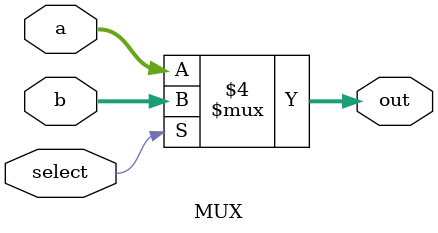
<source format=v>
module MUX (
    select,
    a,
    b,
    out
);
parameter WORD_RANGE = 16;
input select;
input [WORD_RANGE-1:0] a;
input [WORD_RANGE-1:0] b;
output reg [WORD_RANGE-1:0] out;

integer i;
always @(select, a, b) begin
    if (~select) begin
        out = a;
    end else begin
        out = b;
    end
end

    
endmodule
</source>
